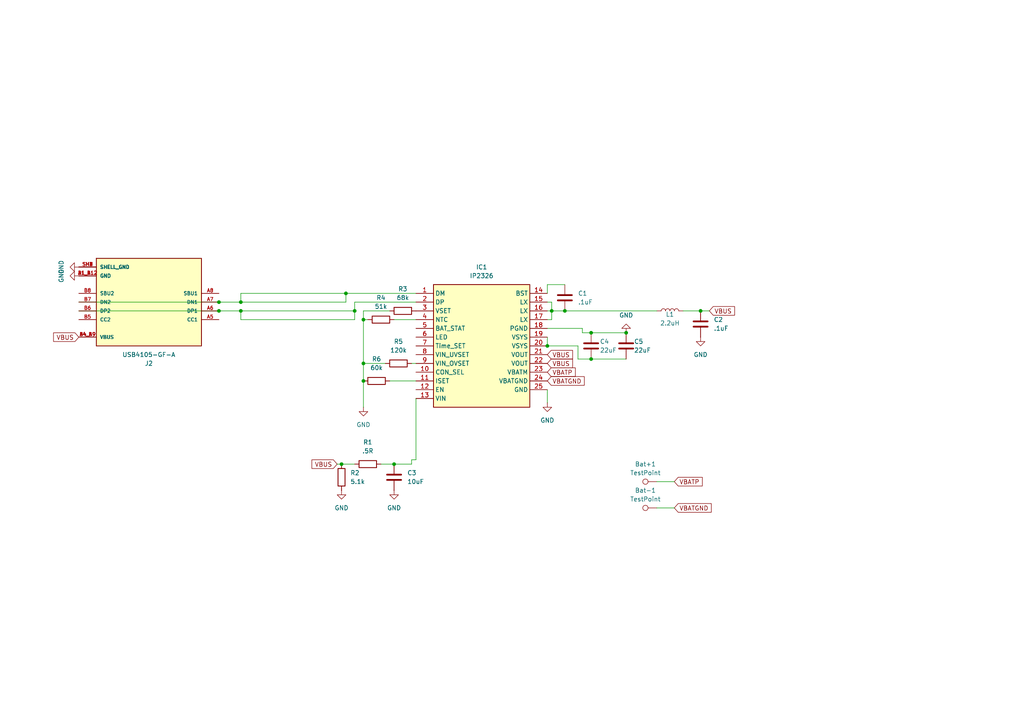
<source format=kicad_sch>
(kicad_sch (version 20231120) (generator "eeschema") (generator_version "8.0")
  (paper "A4")
  (lib_symbols
    (symbol "Connector:TestPoint" (pin_numbers hide) (pin_names (offset 0.762) hide)
      (property "Reference" "TP" (at 0 6.858 0))
      (property "Value" "TestPoint" (at 0 5.08 0))
      (symbol "TestPoint_0_1"
        (circle (center 0 3.302) (radius 0.762))
      )
      (symbol "TestPoint_1_1"
        (pin passive line (at 0 0 90) (length 2.54) (name "1") (number "1"))
      )
    )
    (symbol "Device:C" (pin_numbers hide) (pin_names (offset 0.254))
      (property "Reference" "C" (at 0.635 2.54 0))
      (property "Value" "C" (at 0.635 -2.54 0))
      (symbol "C_0_1"
        (polyline (pts (xy -2.032 -0.762) (xy 2.032 -0.762)) (stroke (width 0.508)))
        (polyline (pts (xy -2.032 0.762) (xy 2.032 0.762)) (stroke (width 0.508)))
      )
      (symbol "C_1_1"
        (pin passive line (at 0 3.81 270) (length 2.794) (name "~") (number "1"))
        (pin passive line (at 0 -3.81 90) (length 2.794) (name "~") (number "2"))
      )
    )
    (symbol "Device:L" (pin_numbers hide) (pin_names (offset 1.016) hide)
      (property "Reference" "L" (at -1.27 0 90))
      (property "Value" "L" (at 1.905 0 90))
      (symbol "L_0_1"
        (arc (start 0 -2.54) (mid 0.6323 -1.905) (end 0 -1.27))
        (arc (start 0 -1.27) (mid 0.6323 -0.635) (end 0 0))
        (arc (start 0 0) (mid 0.6323 0.635) (end 0 1.27))
        (arc (start 0 1.27) (mid 0.6323 1.905) (end 0 2.54))
      )
      (symbol "L_1_1"
        (pin passive line (at 0 3.81 270) (length 1.27) (name "1") (number "1"))
        (pin passive line (at 0 -3.81 90) (length 1.27) (name "2") (number "2"))
      )
    )
    (symbol "Device:R" (pin_numbers hide) (pin_names (offset 0))
      (property "Reference" "R" (at 2.032 0 90))
      (property "Value" "R" (at 0 0 90))
      (symbol "R_0_1"
        (rectangle (start -1.016 -2.54) (end 1.016 2.54) (stroke (width 0.254)))
      )
      (symbol "R_1_1"
        (pin passive line (at 0 3.81 270) (length 1.27) (name "~") (number "1"))
        (pin passive line (at 0 -3.81 90) (length 1.27) (name "~") (number "2"))
      )
    )
    (symbol "SamacSys_Parts:IP2326"
      (property "Reference" "IC" (at 45.72 -2.54 0))
      (property "Value" "IP2326" (at 45.72 -5.08 0))
      (symbol "IP2326_1_1"
        (rectangle (start 16.51 -7.62) (end 44.45 -43.18) (stroke (width 0.254)) (fill (type background)))
        (pin passive line (at 11.43 -10.16 0) (length 5.08) (name "DM") (number "1"))
        (pin passive line (at 11.43 -33.02 0) (length 5.08) (name "CON_SEL") (number "10"))
        (pin passive line (at 11.43 -35.56 0) (length 5.08) (name "ISET") (number "11"))
        (pin passive line (at 11.43 -38.1 0) (length 5.08) (name "EN") (number "12"))
        (pin passive line (at 11.43 -40.64 0) (length 5.08) (name "VIN") (number "13"))
        (pin passive line (at 49.53 -10.16 180) (length 5.08) (name "BST") (number "14"))
        (pin passive line (at 49.53 -12.7 180) (length 5.08) (name "LX") (number "15"))
        (pin passive line (at 49.53 -15.24 180) (length 5.08) (name "LX") (number "16"))
        (pin passive line (at 49.53 -17.78 180) (length 5.08) (name "LX") (number "17"))
        (pin passive line (at 49.53 -20.32 180) (length 5.08) (name "PGND") (number "18"))
        (pin passive line (at 49.53 -22.86 180) (length 5.08) (name "VSYS") (number "19"))
        (pin passive line (at 11.43 -12.7 0) (length 5.08) (name "DP") (number "2"))
        (pin passive line (at 49.53 -25.4 180) (length 5.08) (name "VSYS") (number "20"))
        (pin passive line (at 49.53 -27.94 180) (length 5.08) (name "VOUT") (number "21"))
        (pin passive line (at 49.53 -30.48 180) (length 5.08) (name "VOUT") (number "22"))
        (pin passive line (at 49.53 -33.02 180) (length 5.08) (name "VBATM") (number "23"))
        (pin passive line (at 49.53 -35.56 180) (length 5.08) (name "VBATGND") (number "24"))
        (pin passive line (at 49.53 -38.1 180) (length 5.08) (name "GND") (number "25"))
        (pin passive line (at 11.43 -15.24 0) (length 5.08) (name "VSET") (number "3"))
        (pin passive line (at 11.43 -17.78 0) (length 5.08) (name "NTC") (number "4"))
        (pin passive line (at 11.43 -20.32 0) (length 5.08) (name "BAT_STAT") (number "5"))
        (pin passive line (at 11.43 -22.86 0) (length 5.08) (name "LED") (number "6"))
        (pin passive line (at 11.43 -25.4 0) (length 5.08) (name "Time_SET") (number "7"))
        (pin passive line (at 11.43 -27.94 0) (length 5.08) (name "VIN_UVSET") (number "8"))
        (pin passive line (at 11.43 -30.48 0) (length 5.08) (name "VIN_OVSET") (number "9"))
      )
    )
    (symbol "SamacSys_Parts:USB4105-GF-A" (pin_names (offset 1.016))
      (property "Reference" "J" (at -15.24 13.97 0))
      (property "Value" "USB4105-GF-A" (at -15.24 -15.24 0))
      (symbol "USB4105-GF-A_0_0"
        (rectangle (start -15.24 -12.7) (end 15.24 12.7) (stroke (width 0.254)) (fill (type background)))
        (pin power_in line (at 20.32 -7.62 180) (length 5.08) (name "GND") (number "A1_B12"))
        (pin power_in line (at 20.32 10.16 180) (length 5.08) (name "VBUS") (number "A4_B9"))
        (pin bidirectional line (at -20.32 5.08 0) (length 5.08) (name "CC1") (number "A5"))
        (pin bidirectional line (at -20.32 2.54 0) (length 5.08) (name "DP1") (number "A6"))
        (pin bidirectional line (at -20.32 0 0) (length 5.08) (name "DN1") (number "A7"))
        (pin bidirectional line (at -20.32 -2.54 0) (length 5.08) (name "SBU1") (number "A8"))
        (pin power_in line (at 20.32 -7.62 180) (length 5.08) (name "GND") (number "B1_A12"))
        (pin power_in line (at 20.32 10.16 180) (length 5.08) (name "VBUS") (number "B4_A9"))
        (pin bidirectional line (at 20.32 5.08 180) (length 5.08) (name "CC2") (number "B5"))
        (pin bidirectional line (at 20.32 2.54 180) (length 5.08) (name "DP2") (number "B6"))
        (pin bidirectional line (at 20.32 0 180) (length 5.08) (name "DN2") (number "B7"))
        (pin bidirectional line (at 20.32 -2.54 180) (length 5.08) (name "SBU2") (number "B8"))
        (pin power_in line (at 20.32 -10.16 180) (length 5.08) (name "SHELL_GND") (number "SH1"))
        (pin power_in line (at 20.32 -10.16 180) (length 5.08) (name "SHELL_GND") (number "SH2"))
        (pin power_in line (at 20.32 -10.16 180) (length 5.08) (name "SHELL_GND") (number "SH3"))
        (pin power_in line (at 20.32 -10.16 180) (length 5.08) (name "SHELL_GND") (number "SH4"))
      )
    )
    (symbol "power:GND" (power) (pin_numbers hide) (pin_names (offset 0) hide)
      (property "Value" "GND" (at 0 -3.81 0))
      (symbol "GND_0_1"
        (polyline (pts (xy 0 0) (xy 0 -1.27) (xy 1.27 -1.27) (xy 0 -2.54) (xy -1.27 -1.27) (xy 0 -1.27)))
      )
      (symbol "GND_1_1"
        (pin power_in line (at 0 0 270) (length 0) (name "~") (number "1"))
      )
    )
  )
  (junction (at 163.83 90.17))
  (junction (at 69.85 90.17))
  (junction (at 99.06 134.62))
  (junction (at 171.45 96.52))
  (junction (at 158.75 100.33))
  (junction (at 100.33 85.09))
  (junction (at 63.5 90.17))
  (junction (at 105.41 105.41))
  (junction (at 160.02 90.17))
  (junction (at 203.2 90.17))
  (junction (at 69.85 87.63))
  (junction (at 105.41 92.71))
  (junction (at 105.41 110.49))
  (junction (at 114.3 134.62))
  (junction (at 102.87 90.17))
  (junction (at 171.45 104.14))
  (junction (at 63.5 87.63))
  (junction (at 181.61 96.52))
  (wire (pts (xy 158.75 82.55) (xy 163.83 82.55)))
  (wire (pts (xy 205.74 90.17) (xy 203.2 90.17)))
  (wire (pts (xy 120.65 87.63) (xy 102.87 87.63)))
  (wire (pts (xy 105.41 92.71) (xy 105.41 105.41)))
  (wire (pts (xy 102.87 90.17) (xy 102.87 92.71)))
  (wire (pts (xy 99.06 134.62) (xy 102.87 134.62)))
  (wire (pts (xy 160.02 90.17) (xy 160.02 92.71)))
  (wire (pts (xy 119.38 105.41) (xy 120.65 105.41)))
  (wire (pts (xy 168.91 95.25) (xy 168.91 96.52)))
  (wire (pts (xy 105.41 92.71) (xy 106.68 92.71)))
  (wire (pts (xy 69.85 85.09) (xy 100.33 85.09)))
  (wire (pts (xy 158.75 97.79) (xy 158.75 100.33)))
  (wire (pts (xy 113.03 90.17) (xy 105.41 90.17)))
  (wire (pts (xy 160.02 87.63) (xy 158.75 87.63)))
  (wire (pts (xy 105.41 110.49) (xy 105.41 118.11)))
  (wire (pts (xy 69.85 92.71) (xy 102.87 92.71)))
  (wire (pts (xy 105.41 105.41) (xy 111.76 105.41)))
  (wire (pts (xy 114.3 134.62) (xy 119.38 134.62)))
  (wire (pts (xy 158.75 85.09) (xy 158.75 82.55)))
  (wire (pts (xy 120.65 85.09) (xy 100.33 85.09)))
  (wire (pts (xy 158.75 95.25) (xy 168.91 95.25)))
  (wire (pts (xy 158.75 92.71) (xy 160.02 92.71)))
  (wire (pts (xy 119.38 133.35) (xy 120.65 133.35)))
  (wire (pts (xy 69.85 90.17) (xy 69.85 92.71)))
  (wire (pts (xy 195.58 147.32) (xy 190.5 147.32)))
  (wire (pts (xy 69.85 87.63) (xy 69.85 85.09)))
  (wire (pts (xy 167.64 104.14) (xy 167.64 100.33)))
  (wire (pts (xy 198.12 90.17) (xy 203.2 90.17)))
  (wire (pts (xy 195.58 139.7) (xy 190.5 139.7)))
  (wire (pts (xy 69.85 90.17) (xy 102.87 90.17)))
  (wire (pts (xy 171.45 104.14) (xy 181.61 104.14)))
  (wire (pts (xy 167.64 100.33) (xy 158.75 100.33)))
  (wire (pts (xy 102.87 87.63) (xy 102.87 90.17)))
  (wire (pts (xy 97.79 134.62) (xy 99.06 134.62)))
  (wire (pts (xy 69.85 87.63) (xy 100.33 87.63)))
  (wire (pts (xy 190.5 90.17) (xy 163.83 90.17)))
  (wire (pts (xy 63.5 90.17) (xy 69.85 90.17)))
  (wire (pts (xy 119.38 134.62) (xy 119.38 133.35)))
  (wire (pts (xy 158.75 90.17) (xy 160.02 90.17)))
  (wire (pts (xy 171.45 96.52) (xy 181.61 96.52)))
  (wire (pts (xy 114.3 92.71) (xy 120.65 92.71)))
  (wire (pts (xy 158.75 116.84) (xy 158.75 113.03)))
  (wire (pts (xy 168.91 96.52) (xy 171.45 96.52)))
  (wire (pts (xy 110.49 134.62) (xy 114.3 134.62)))
  (wire (pts (xy 105.41 105.41) (xy 105.41 110.49)))
  (wire (pts (xy 171.45 104.14) (xy 167.64 104.14)))
  (wire (pts (xy 105.41 90.17) (xy 105.41 92.71)))
  (wire (pts (xy 22.86 90.17) (xy 63.5 90.17)))
  (wire (pts (xy 22.86 87.63) (xy 63.5 87.63)))
  (wire (pts (xy 100.33 85.09) (xy 100.33 87.63)))
  (wire (pts (xy 63.5 87.63) (xy 69.85 87.63)))
  (wire (pts (xy 113.03 110.49) (xy 120.65 110.49)))
  (wire (pts (xy 160.02 90.17) (xy 160.02 87.63)))
  (wire (pts (xy 120.65 133.35) (xy 120.65 115.57)))
  (wire (pts (xy 163.83 90.17) (xy 160.02 90.17)))
  (global_label "VBUS" (shape input) (at 205.74 90.17 0) (property "Intersheetrefs" "${INTERSHEET_REFS}" (effects (hide yes))))
  (global_label "VBUS" (shape input) (at 97.79 134.62 180) (property "Intersheetrefs" "${INTERSHEET_REFS}" (effects (hide yes))))
  (global_label "VBUS" (shape input) (at 158.75 102.87 0) (property "Intersheetrefs" "${INTERSHEET_REFS}" (effects (hide yes))))
  (global_label "VBATP" (shape input) (at 195.58 139.7 0) (property "Intersheetrefs" "${INTERSHEET_REFS}" (effects (hide yes))))
  (global_label "VBATP" (shape input) (at 158.75 107.95 0) (property "Intersheetrefs" "${INTERSHEET_REFS}" (effects (hide yes))))
  (global_label "VBUS" (shape input) (at 22.86 97.79 180) (property "Intersheetrefs" "${INTERSHEET_REFS}" (effects (hide yes))))
  (global_label "VBATGND" (shape input) (at 195.58 147.32 0) (property "Intersheetrefs" "${INTERSHEET_REFS}" (effects (hide yes))))
  (global_label "VBATGND" (shape input) (at 158.75 110.49 0) (property "Intersheetrefs" "${INTERSHEET_REFS}" (effects (hide yes))))
  (global_label "VBUS" (shape input) (at 158.75 105.41 0) (property "Intersheetrefs" "${INTERSHEET_REFS}" (effects (hide yes))))
  (symbol (lib_id "Device:C") (at 203.2 93.98 0) (unit 1)
    (property "Reference" "C2" (at 207.01 92.7099 0) (effects (justify left)))
    (property "Value" ".1uF" (at 207.01 95.2499 0) (effects (justify left)))
    (property "Footprint" "Capacitor_SMD:C_0805_2012Metric" (effects (hide yes)))
    (property "Description" "Unpolarized capacitor" (effects (hide yes)))
  )
  (symbol (lib_id "power:GND") (at 203.2 97.79 0) (unit 1)
    (property "Reference" "#PWR06" (effects (hide yes)))
    (property "Value" "GND" (at 203.2 102.87 0))
    (property "Description" "Power symbol creates a global label with name \"GND\" , ground" (effects (hide yes)))
  )
  (symbol (lib_id "Device:C") (at 171.45 100.33 0) (unit 1)
    (property "Reference" "C4" (at 173.99 99.06 0) (effects (justify left)))
    (property "Value" "22uF" (at 173.99 101.6 0) (effects (justify left)))
    (property "Footprint" "Capacitor_SMD:C_0805_2012Metric" (effects (hide yes)))
    (property "Description" "Unpolarized capacitor" (effects (hide yes)))
  )
  (symbol (lib_id "Device:L") (at 194.31 90.17 90) (unit 1)
    (property "Reference" "L1" (at 194.31 91.186 90))
    (property "Value" "2.2uH" (at 194.31 93.726 90))
    (property "Footprint" "Inductor_SMD:L_0805_2012Metric" (effects (hide yes)))
    (property "Description" "Inductor" (effects (hide yes)))
  )
  (symbol (lib_id "Device:R") (at 115.57 105.41 270) (unit 1)
    (property "Reference" "R5" (at 115.57 99.06 90))
    (property "Value" "120k" (at 115.57 101.6 90))
    (property "Footprint" "Resistor_SMD:R_0805_2012Metric" (effects (hide yes)))
    (property "Description" "Resistor" (effects (hide yes)))
  )
  (symbol (lib_id "power:GND") (at 181.61 96.52 180) (unit 1)
    (property "Reference" "#PWR010" (effects (hide yes)))
    (property "Value" "GND" (at 181.61 91.44 0))
    (property "Description" "Power symbol creates a global label with name \"GND\" , ground" (effects (hide yes)))
  )
  (symbol (lib_id "power:GND") (at 114.3 142.24 0) (unit 1)
    (property "Reference" "#PWR07" (effects (hide yes)))
    (property "Value" "GND" (at 114.3 147.32 0))
    (property "Description" "Power symbol creates a global label with name \"GND\" , ground" (effects (hide yes)))
  )
  (symbol (lib_id "Device:R") (at 99.06 138.43 180) (unit 1)
    (property "Reference" "R2" (at 101.6 137.1599 0) (effects (justify right)))
    (property "Value" "5.1k" (at 101.6 139.6999 0) (effects (justify right)))
    (property "Footprint" "Resistor_SMD:R_0805_2012Metric" (effects (hide yes)))
    (property "Description" "Resistor" (effects (hide yes)))
  )
  (symbol (lib_id "Device:R") (at 109.22 110.49 270) (unit 1)
    (property "Reference" "R6" (at 109.22 104.14 90))
    (property "Value" "60k" (at 109.22 106.68 90))
    (property "Footprint" "Resistor_SMD:R_0805_2012Metric" (effects (hide yes)))
    (property "Description" "Resistor" (effects (hide yes)))
  )
  (symbol (lib_id "Connector:TestPoint") (at 190.5 147.32 90) (unit 1)
    (property "Reference" "Bat-1" (at 187.198 142.24 90))
    (property "Value" "TestPoint" (at 187.198 144.78 90))
    (property "Footprint" "TestPoint:TestPoint_Loop_D1.80mm_Drill1.0mm_Beaded" (effects (hide yes)))
    (property "Description" "test point" (effects (hide yes)))
  )
  (symbol (lib_id "SamacSys_Parts:IP2326") (at 109.22 74.93 0) (unit 1)
    (property "Reference" "IC1" (at 139.7 77.47 0))
    (property "Value" "IP2326" (at 139.7 80.01 0))
    (property "Footprint" "Package_DFN_QFN:HVQFN-24-1EP_4x4mm_P0.5mm_EP2.5x2.5mm" (effects (hide yes)))
    (property "Datasheet" "https://www.silabs.com/documents/public/data-sheets/efm8lb1-datasheet.pdf" (effects (hide yes)))
    (property "Description" "2s lipo charger" (effects (hide yes)))
    (property "Height" "0.9" (effects (hide yes)))
    (property "Mouser Part Number" "634-LB10F16ES1CFN24R" (effects (hide yes)))
    (property "Mouser Price/Stock" "https://www.mouser.co.uk/ProductDetail/Silicon-Labs/EFM8LB10F16ES1-C-QFN24R?qs=0lSvoLzn4L9DZZ1AD9Pujg%3D%3D" (effects (hide yes)))
    (property "Manufacturer_Name" "Silicon Labs" (effects (hide yes)))
    (property "Manufacturer_Part_Number" "EFM8LB10F16ES1-C-QFN24R" (effects (hide yes)))
  )
  (symbol (lib_id "power:GND") (at 105.41 118.11 0) (unit 1)
    (property "Reference" "#PWR011" (effects (hide yes)))
    (property "Value" "GND" (at 105.41 123.19 0))
    (property "Description" "Power symbol creates a global label with name \"GND\" , ground" (effects (hide yes)))
  )
  (symbol (lib_id "Device:C") (at 181.61 100.33 0) (unit 1)
    (property "Reference" "C5" (at 183.896 99.06 0) (effects (justify left)))
    (property "Value" "22uF" (at 183.896 101.6 0) (effects (justify left)))
    (property "Footprint" "Capacitor_SMD:C_0805_2012Metric" (effects (hide yes)))
    (property "Description" "Unpolarized capacitor" (effects (hide yes)))
  )
  (symbol (lib_id "power:GND") (at 99.06 142.24 0) (unit 1)
    (property "Reference" "#PWR08" (effects (hide yes)))
    (property "Value" "GND" (at 99.06 147.32 0))
    (property "Description" "Power symbol creates a global label with name \"GND\" , ground" (effects (hide yes)))
  )
  (symbol (lib_id "Device:C") (at 163.83 86.36 0) (unit 1)
    (property "Reference" "C1" (at 167.64 85.0899 0) (effects (justify left)))
    (property "Value" ".1uF" (at 167.64 87.6299 0) (effects (justify left)))
    (property "Footprint" "Capacitor_SMD:C_0805_2012Metric" (effects (hide yes)))
    (property "Description" "Unpolarized capacitor" (effects (hide yes)))
  )
  (symbol (lib_id "Device:R") (at 110.49 92.71 270) (unit 1)
    (property "Reference" "R4" (at 110.49 86.36 90))
    (property "Value" "51k" (at 110.49 88.9 90))
    (property "Footprint" "Resistor_SMD:R_0805_2012Metric" (effects (hide yes)))
    (property "Description" "Resistor" (effects (hide yes)))
  )
  (symbol (lib_id "Device:R") (at 116.84 90.17 270) (unit 1)
    (property "Reference" "R3" (at 116.84 83.82 90))
    (property "Value" "68k" (at 116.84 86.36 90))
    (property "Footprint" "Resistor_SMD:R_0805_2012Metric" (effects (hide yes)))
    (property "Description" "Resistor" (effects (hide yes)))
  )
  (symbol (lib_id "power:GND") (at 22.86 77.47 270) (unit 1)
    (property "Reference" "#PWR04" (effects (hide yes)))
    (property "Value" "GND" (at 17.78 77.47 0))
    (property "Description" "Power symbol creates a global label with name \"GND\" , ground" (effects (hide yes)))
  )
  (symbol (lib_id "power:GND") (at 22.86 80.01 270) (unit 1)
    (property "Reference" "#PWR05" (effects (hide yes)))
    (property "Value" "GND" (at 17.78 80.01 0))
    (property "Description" "Power symbol creates a global label with name \"GND\" , ground" (effects (hide yes)))
  )
  (symbol (lib_id "Connector:TestPoint") (at 190.5 139.7 90) (unit 1)
    (property "Reference" "Bat+1" (at 187.198 134.62 90))
    (property "Value" "TestPoint" (at 187.198 137.16 90))
    (property "Footprint" "TestPoint:TestPoint_Loop_D1.80mm_Drill1.0mm_Beaded" (effects (hide yes)))
    (property "Description" "test point" (effects (hide yes)))
  )
  (symbol (lib_id "Device:C") (at 114.3 138.43 0) (unit 1)
    (property "Reference" "C3" (at 118.11 137.1599 0) (effects (justify left)))
    (property "Value" "10uF" (at 118.11 139.6999 0) (effects (justify left)))
    (property "Footprint" "Capacitor_SMD:C_0805_2012Metric" (effects (hide yes)))
    (property "Description" "Unpolarized capacitor" (effects (hide yes)))
  )
  (symbol (lib_id "SamacSys_Parts:USB4105-GF-A") (at 43.18 87.63 180) (unit 1)
    (property "Reference" "J2" (at 43.18 105.41 0))
    (property "Value" "USB4105-GF-A" (at 43.18 102.87 0))
    (property "Footprint" "SamacSys_Parts:GCT_USB4105-GF-A" (effects (hide yes)))
    (property "MF" "Global Connector Technology" (effects (hide yes)))
    (property "MAXIMUM_PACKAGE_HEIGHT" "3.31 mm" (effects (hide yes)))
    (property "Package" "None" (effects (hide yes)))
    (property "Price" "None" (effects (hide yes)))
    (property "Check_prices" "https://www.snapeda.com/parts/USB4105GFA/Global+Connector+Technology/view-part/?ref=eda" (effects (hide yes)))
    (property "STANDARD" "Manufacturer Recommendations" (effects (hide yes)))
    (property "PARTREV" "B4" (effects (hide yes)))
    (property "SnapEDA_Link" "https://www.snapeda.com/parts/USB4105GFA/Global+Connector+Technology/view-part/?ref=snap" (effects (hide yes)))
    (property "MP" "USB4105GFA" (effects (hide yes)))
    (property "Description_1" "\n                        \n                            USB-C (USB TYPE-C) USB 2.0 Receptacle Connector 24 (16+8 Dummy) Position Surface Mount, Right Angle; Through Hole\n                        \n" (effects (hide yes)))
    (property "Availability" "Not in stock" (effects (hide yes)))
    (property "MANUFACTURER" "GCT" (effects (hide yes)))
  )
  (symbol (lib_id "power:GND") (at 158.75 116.84 0) (unit 1)
    (property "Reference" "#PWR09" (effects (hide yes)))
    (property "Value" "GND" (at 158.75 121.92 0))
    (property "Description" "Power symbol creates a global label with name \"GND\" , ground" (effects (hide yes)))
  )
  (symbol (lib_id "Device:R") (at 106.68 134.62 90) (unit 1)
    (property "Reference" "R1" (at 106.68 128.27 90))
    (property "Value" ".5R" (at 106.68 130.81 90))
    (property "Footprint" "Resistor_SMD:R_0805_2012Metric" (effects (hide yes)))
    (property "Description" "Resistor" (effects (hide yes)))
  )
)
</source>
